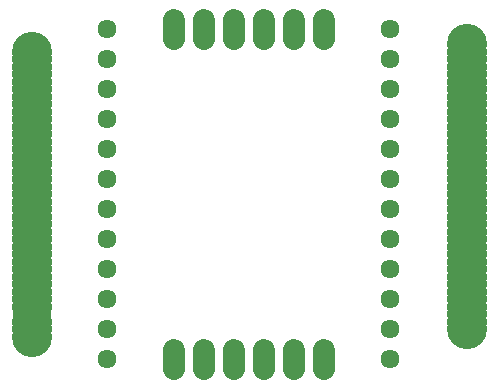
<source format=gbs>
G75*
G70*
%OFA0B0*%
%FSLAX24Y24*%
%IPPOS*%
%LPD*%
%AMOC8*
5,1,8,0,0,1.08239X$1,22.5*
%
%ADD10C,0.1340*%
%ADD11C,0.0635*%
%ADD12C,0.0720*%
D10*
X001354Y002244D03*
X001354Y002494D03*
X001354Y002744D03*
X001354Y003244D03*
X001354Y003494D03*
X001354Y003744D03*
X001354Y003994D03*
X001354Y004244D03*
X001354Y004494D03*
X001354Y004744D03*
X001354Y004994D03*
X001354Y005244D03*
X001354Y005494D03*
X001354Y005744D03*
X001354Y005994D03*
X001354Y006244D03*
X001354Y006494D03*
X001354Y006744D03*
X001354Y006994D03*
X001354Y007244D03*
X001354Y007494D03*
X001354Y007744D03*
X001354Y007994D03*
X001354Y008244D03*
X001354Y008494D03*
X001354Y008744D03*
X001354Y008994D03*
X001354Y009244D03*
X001354Y009494D03*
X001354Y009744D03*
X001354Y009994D03*
X001354Y010244D03*
X001354Y010494D03*
X001354Y010744D03*
X001354Y010994D03*
X001354Y011244D03*
X001354Y011494D03*
X001354Y011744D03*
X015854Y011744D03*
X015854Y011494D03*
X015854Y011244D03*
X015854Y010994D03*
X015854Y010744D03*
X015854Y010494D03*
X015854Y010244D03*
X015854Y009994D03*
X015854Y009744D03*
X015854Y009494D03*
X015854Y009244D03*
X015854Y008994D03*
X015854Y008744D03*
X015854Y008494D03*
X015854Y008244D03*
X015854Y007994D03*
X015854Y007744D03*
X015854Y007494D03*
X015854Y007244D03*
X015854Y006994D03*
X015854Y006744D03*
X015854Y006494D03*
X015854Y006244D03*
X015854Y005994D03*
X015854Y005744D03*
X015854Y005494D03*
X015854Y005244D03*
X015854Y004994D03*
X015854Y004744D03*
X015854Y004494D03*
X015854Y004244D03*
X015854Y003994D03*
X015854Y003744D03*
X015854Y003494D03*
X015854Y003244D03*
X015854Y002994D03*
X015854Y002744D03*
X015854Y002494D03*
X015854Y011994D03*
D11*
X013280Y012494D03*
X013280Y011494D03*
X013280Y010494D03*
X013280Y009494D03*
X013280Y008494D03*
X013280Y007494D03*
X013280Y006494D03*
X013280Y005494D03*
X013280Y004494D03*
X013280Y003494D03*
X013280Y002494D03*
X013280Y001494D03*
X003854Y001494D03*
X003854Y002494D03*
X003854Y003494D03*
X003854Y004494D03*
X003854Y005494D03*
X003854Y006494D03*
X003854Y007494D03*
X003854Y008494D03*
X003854Y009494D03*
X003854Y010494D03*
X003854Y011494D03*
X003854Y012494D03*
D12*
X006104Y012174D02*
X006104Y012814D01*
X007104Y012814D02*
X007104Y012174D01*
X008104Y012174D02*
X008104Y012814D01*
X009104Y012814D02*
X009104Y012174D01*
X010104Y012174D02*
X010104Y012814D01*
X011104Y012814D02*
X011104Y012174D01*
X011104Y001814D02*
X011104Y001174D01*
X010104Y001174D02*
X010104Y001814D01*
X009104Y001814D02*
X009104Y001174D01*
X008104Y001174D02*
X008104Y001814D01*
X007104Y001814D02*
X007104Y001174D01*
X006104Y001174D02*
X006104Y001814D01*
M02*

</source>
